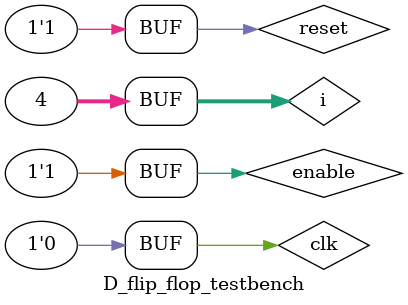
<source format=sv>

module D_flip_flop(enable, clk, reset, q);
	input enable, clk, reset;
	output logic q;

always @ ( posedge clk/* or negedge reset*/)
  if (reset) begin
    q <= 1'b0;
  end  else begin
    q <= enable;
  end
  
endmodule

module D_flip_flop_testbench;

	logic enable, clk, reset, q;
	
	integer i;
	
	D_flip_flop DUT(enable, clk, reset, q);
	
	initial begin
		enable = 0;
		reset = 0;
		for (i = 0; i < 4; i++) begin
			clk = 1;
			#10;
			clk = 0;
			#10;
			
		end	
		enable = 0;
		reset = 1;
		for (i = 0; i < 4; i++) begin
			clk = 1;
			#10;
			clk = 0;
			#10;
			
		end	
		enable = 1;
		reset = 0;
		for (i = 0; i < 4; i++) begin
			clk = 1;
			#10;
			clk = 0;
			#10;
			
		end	
		enable = 1;
		reset = 1;
		for (i = 0; i < 4; i++) begin
			clk = 1;
			#10;
			clk = 0;
			#10;
			
		end	
	end
endmodule

</source>
